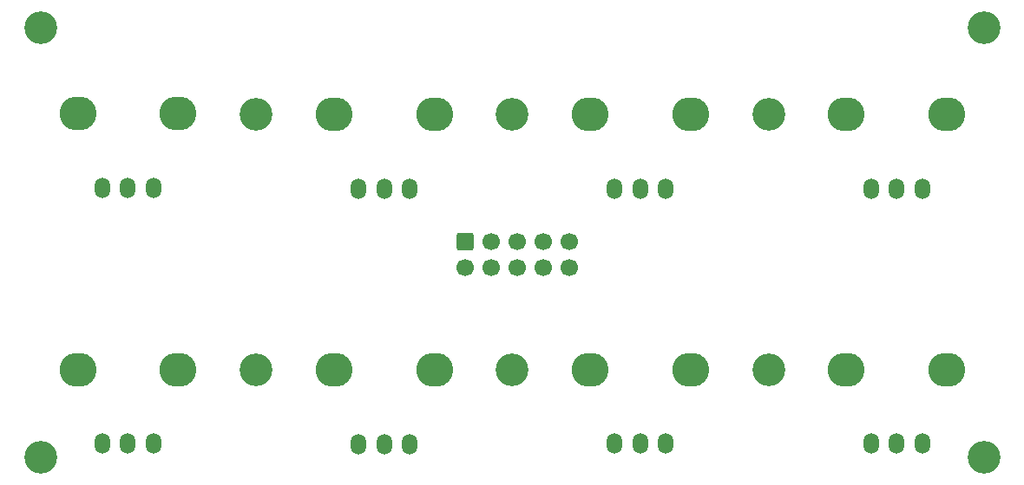
<source format=gts>
G04 #@! TF.GenerationSoftware,KiCad,Pcbnew,(7.0.0)*
G04 #@! TF.CreationDate,2023-06-04T18:46:28+02:00*
G04 #@! TF.ProjectId,Pot,506f742e-6b69-4636-9164-5f7063625858,rev?*
G04 #@! TF.SameCoordinates,Original*
G04 #@! TF.FileFunction,Soldermask,Top*
G04 #@! TF.FilePolarity,Negative*
%FSLAX46Y46*%
G04 Gerber Fmt 4.6, Leading zero omitted, Abs format (unit mm)*
G04 Created by KiCad (PCBNEW (7.0.0)) date 2023-06-04 18:46:28*
%MOMM*%
%LPD*%
G01*
G04 APERTURE LIST*
G04 Aperture macros list*
%AMRoundRect*
0 Rectangle with rounded corners*
0 $1 Rounding radius*
0 $2 $3 $4 $5 $6 $7 $8 $9 X,Y pos of 4 corners*
0 Add a 4 corners polygon primitive as box body*
4,1,4,$2,$3,$4,$5,$6,$7,$8,$9,$2,$3,0*
0 Add four circle primitives for the rounded corners*
1,1,$1+$1,$2,$3*
1,1,$1+$1,$4,$5*
1,1,$1+$1,$6,$7*
1,1,$1+$1,$8,$9*
0 Add four rect primitives between the rounded corners*
20,1,$1+$1,$2,$3,$4,$5,0*
20,1,$1+$1,$4,$5,$6,$7,0*
20,1,$1+$1,$6,$7,$8,$9,0*
20,1,$1+$1,$8,$9,$2,$3,0*%
G04 Aperture macros list end*
%ADD10O,1.500000X2.000000*%
%ADD11O,3.600000X3.300000*%
%ADD12C,3.200000*%
%ADD13RoundRect,0.250000X-0.600000X0.600000X-0.600000X-0.600000X0.600000X-0.600000X0.600000X0.600000X0*%
%ADD14C,1.700000*%
G04 APERTURE END LIST*
D10*
X146999999Y-80751135D03*
X149493385Y-80753306D03*
X151999999Y-80746691D03*
D11*
X144599999Y-73499999D03*
X154399999Y-73499999D03*
D10*
X121999999Y-80751135D03*
X124493385Y-80753306D03*
X126999999Y-80746691D03*
D11*
X119599999Y-73499999D03*
X129399999Y-73499999D03*
D10*
X121999999Y-105687981D03*
X124493385Y-105690152D03*
X126999999Y-105683537D03*
D11*
X119599999Y-98436845D03*
X129399999Y-98436845D03*
D10*
X96999999Y-80751135D03*
X99493385Y-80753306D03*
X101999999Y-80746691D03*
D11*
X94599999Y-73499999D03*
X104399999Y-73499999D03*
D10*
X96999999Y-105751135D03*
X99493385Y-105753306D03*
X101999999Y-105746691D03*
D11*
X94599999Y-98499999D03*
X104399999Y-98499999D03*
D10*
X71999999Y-80687981D03*
X74493385Y-80690152D03*
X76999999Y-80683537D03*
D11*
X69599999Y-73436845D03*
X79399999Y-73436845D03*
D10*
X71999999Y-105687981D03*
X74493385Y-105690152D03*
X76999999Y-105683537D03*
D11*
X69599999Y-98436845D03*
X79399999Y-98436845D03*
D10*
X146999999Y-105687981D03*
X149493385Y-105690152D03*
X151999999Y-105683537D03*
D11*
X144599999Y-98436845D03*
X154399999Y-98436845D03*
D12*
X158000000Y-65000000D03*
X87000000Y-73500000D03*
X158000000Y-107000000D03*
X66000000Y-65000000D03*
X112000000Y-98500000D03*
X87000000Y-98500000D03*
X137000000Y-73500000D03*
X112000000Y-73500000D03*
X137000000Y-98500000D03*
X66000000Y-107000000D03*
D13*
X107414000Y-85946000D03*
D14*
X107414000Y-88486000D03*
X109954000Y-85946000D03*
X109954000Y-88486000D03*
X112494000Y-85946000D03*
X112494000Y-88486000D03*
X115034000Y-85946000D03*
X115034000Y-88486000D03*
X117574000Y-85946000D03*
X117574000Y-88486000D03*
M02*

</source>
